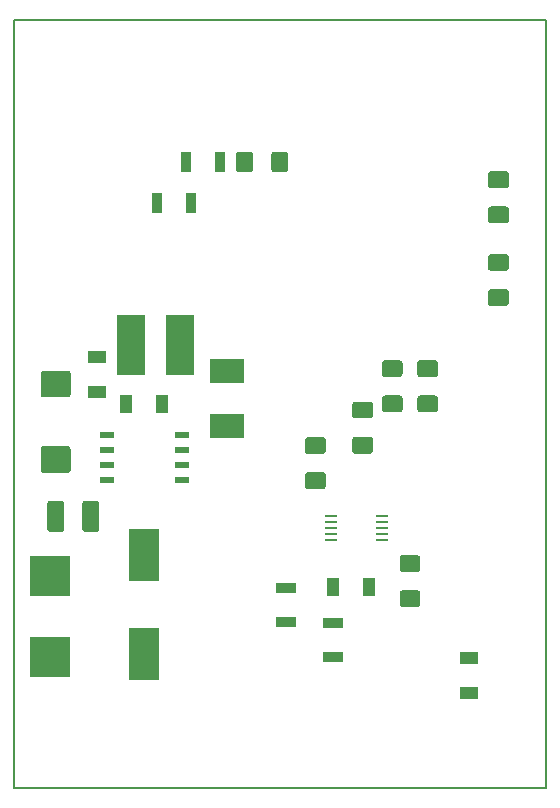
<source format=gbr>
%TF.GenerationSoftware,KiCad,Pcbnew,5.1.1*%
%TF.CreationDate,2019-04-24T12:59:08+01:00*%
%TF.ProjectId,ESP8266_home_battery_controller,45535038-3236-4365-9f68-6f6d655f6261,0.6*%
%TF.SameCoordinates,Original*%
%TF.FileFunction,Paste,Top*%
%TF.FilePolarity,Positive*%
%FSLAX46Y46*%
G04 Gerber Fmt 4.6, Leading zero omitted, Abs format (unit mm)*
G04 Created by KiCad (PCBNEW 5.1.1) date 2019-04-24 12:59:08*
%MOMM*%
%LPD*%
G04 APERTURE LIST*
%ADD10C,0.150000*%
%ADD11R,1.600000X1.000000*%
%ADD12R,2.350000X5.100000*%
%ADD13R,1.100000X0.250000*%
%ADD14R,1.700000X0.900000*%
%ADD15R,3.500000X3.500000*%
%ADD16R,1.143000X0.508000*%
%ADD17R,1.000000X1.600000*%
%ADD18R,3.000000X2.000000*%
%ADD19R,0.900000X1.700000*%
%ADD20C,0.100000*%
%ADD21C,1.425000*%
%ADD22C,2.250000*%
%ADD23R,2.500000X4.400000*%
G04 APERTURE END LIST*
D10*
X150000000Y-55000000D02*
X195000000Y-55000000D01*
X150000000Y-120000000D02*
X150000000Y-55000000D01*
X195000000Y-120000000D02*
X150000000Y-120000000D01*
X195000000Y-55000000D02*
X195000000Y-120000000D01*
D11*
X157000000Y-86500000D03*
X157000000Y-83500000D03*
D12*
X159925000Y-82500000D03*
X164075000Y-82500000D03*
D13*
X181150000Y-97000000D03*
X181150000Y-97500000D03*
X181150000Y-98000000D03*
X181150000Y-98500000D03*
X181150000Y-99000000D03*
X176850000Y-99000000D03*
X176850000Y-98500000D03*
X176850000Y-98000000D03*
X176850000Y-97500000D03*
X176850000Y-97000000D03*
D14*
X177000000Y-106050000D03*
X177000000Y-108950000D03*
X173000000Y-105950000D03*
X173000000Y-103050000D03*
D15*
X153000000Y-108900000D03*
X153000000Y-102100000D03*
D16*
X164175000Y-90095000D03*
X164175000Y-91365000D03*
X164175000Y-92635000D03*
X164175000Y-93905000D03*
X157825000Y-93905000D03*
X157825000Y-92635000D03*
X157825000Y-91365000D03*
X157825000Y-90095000D03*
D17*
X159500000Y-87500000D03*
X162500000Y-87500000D03*
D18*
X168000000Y-84675000D03*
X168000000Y-89325000D03*
D19*
X167450000Y-67000000D03*
X164550000Y-67000000D03*
X164950000Y-70500000D03*
X162050000Y-70500000D03*
D11*
X188500000Y-112000000D03*
X188500000Y-109000000D03*
D17*
X177000000Y-103000000D03*
X180000000Y-103000000D03*
D20*
G36*
X184149504Y-100301204D02*
G01*
X184173773Y-100304804D01*
X184197571Y-100310765D01*
X184220671Y-100319030D01*
X184242849Y-100329520D01*
X184263893Y-100342133D01*
X184283598Y-100356747D01*
X184301777Y-100373223D01*
X184318253Y-100391402D01*
X184332867Y-100411107D01*
X184345480Y-100432151D01*
X184355970Y-100454329D01*
X184364235Y-100477429D01*
X184370196Y-100501227D01*
X184373796Y-100525496D01*
X184375000Y-100550000D01*
X184375000Y-101475000D01*
X184373796Y-101499504D01*
X184370196Y-101523773D01*
X184364235Y-101547571D01*
X184355970Y-101570671D01*
X184345480Y-101592849D01*
X184332867Y-101613893D01*
X184318253Y-101633598D01*
X184301777Y-101651777D01*
X184283598Y-101668253D01*
X184263893Y-101682867D01*
X184242849Y-101695480D01*
X184220671Y-101705970D01*
X184197571Y-101714235D01*
X184173773Y-101720196D01*
X184149504Y-101723796D01*
X184125000Y-101725000D01*
X182875000Y-101725000D01*
X182850496Y-101723796D01*
X182826227Y-101720196D01*
X182802429Y-101714235D01*
X182779329Y-101705970D01*
X182757151Y-101695480D01*
X182736107Y-101682867D01*
X182716402Y-101668253D01*
X182698223Y-101651777D01*
X182681747Y-101633598D01*
X182667133Y-101613893D01*
X182654520Y-101592849D01*
X182644030Y-101570671D01*
X182635765Y-101547571D01*
X182629804Y-101523773D01*
X182626204Y-101499504D01*
X182625000Y-101475000D01*
X182625000Y-100550000D01*
X182626204Y-100525496D01*
X182629804Y-100501227D01*
X182635765Y-100477429D01*
X182644030Y-100454329D01*
X182654520Y-100432151D01*
X182667133Y-100411107D01*
X182681747Y-100391402D01*
X182698223Y-100373223D01*
X182716402Y-100356747D01*
X182736107Y-100342133D01*
X182757151Y-100329520D01*
X182779329Y-100319030D01*
X182802429Y-100310765D01*
X182826227Y-100304804D01*
X182850496Y-100301204D01*
X182875000Y-100300000D01*
X184125000Y-100300000D01*
X184149504Y-100301204D01*
X184149504Y-100301204D01*
G37*
D21*
X183500000Y-101012500D03*
D20*
G36*
X184149504Y-103276204D02*
G01*
X184173773Y-103279804D01*
X184197571Y-103285765D01*
X184220671Y-103294030D01*
X184242849Y-103304520D01*
X184263893Y-103317133D01*
X184283598Y-103331747D01*
X184301777Y-103348223D01*
X184318253Y-103366402D01*
X184332867Y-103386107D01*
X184345480Y-103407151D01*
X184355970Y-103429329D01*
X184364235Y-103452429D01*
X184370196Y-103476227D01*
X184373796Y-103500496D01*
X184375000Y-103525000D01*
X184375000Y-104450000D01*
X184373796Y-104474504D01*
X184370196Y-104498773D01*
X184364235Y-104522571D01*
X184355970Y-104545671D01*
X184345480Y-104567849D01*
X184332867Y-104588893D01*
X184318253Y-104608598D01*
X184301777Y-104626777D01*
X184283598Y-104643253D01*
X184263893Y-104657867D01*
X184242849Y-104670480D01*
X184220671Y-104680970D01*
X184197571Y-104689235D01*
X184173773Y-104695196D01*
X184149504Y-104698796D01*
X184125000Y-104700000D01*
X182875000Y-104700000D01*
X182850496Y-104698796D01*
X182826227Y-104695196D01*
X182802429Y-104689235D01*
X182779329Y-104680970D01*
X182757151Y-104670480D01*
X182736107Y-104657867D01*
X182716402Y-104643253D01*
X182698223Y-104626777D01*
X182681747Y-104608598D01*
X182667133Y-104588893D01*
X182654520Y-104567849D01*
X182644030Y-104545671D01*
X182635765Y-104522571D01*
X182629804Y-104498773D01*
X182626204Y-104474504D01*
X182625000Y-104450000D01*
X182625000Y-103525000D01*
X182626204Y-103500496D01*
X182629804Y-103476227D01*
X182635765Y-103452429D01*
X182644030Y-103429329D01*
X182654520Y-103407151D01*
X182667133Y-103386107D01*
X182681747Y-103366402D01*
X182698223Y-103348223D01*
X182716402Y-103331747D01*
X182736107Y-103317133D01*
X182757151Y-103304520D01*
X182779329Y-103294030D01*
X182802429Y-103285765D01*
X182826227Y-103279804D01*
X182850496Y-103276204D01*
X182875000Y-103275000D01*
X184125000Y-103275000D01*
X184149504Y-103276204D01*
X184149504Y-103276204D01*
G37*
D21*
X183500000Y-103987500D03*
D20*
G36*
X182649504Y-86776204D02*
G01*
X182673773Y-86779804D01*
X182697571Y-86785765D01*
X182720671Y-86794030D01*
X182742849Y-86804520D01*
X182763893Y-86817133D01*
X182783598Y-86831747D01*
X182801777Y-86848223D01*
X182818253Y-86866402D01*
X182832867Y-86886107D01*
X182845480Y-86907151D01*
X182855970Y-86929329D01*
X182864235Y-86952429D01*
X182870196Y-86976227D01*
X182873796Y-87000496D01*
X182875000Y-87025000D01*
X182875000Y-87950000D01*
X182873796Y-87974504D01*
X182870196Y-87998773D01*
X182864235Y-88022571D01*
X182855970Y-88045671D01*
X182845480Y-88067849D01*
X182832867Y-88088893D01*
X182818253Y-88108598D01*
X182801777Y-88126777D01*
X182783598Y-88143253D01*
X182763893Y-88157867D01*
X182742849Y-88170480D01*
X182720671Y-88180970D01*
X182697571Y-88189235D01*
X182673773Y-88195196D01*
X182649504Y-88198796D01*
X182625000Y-88200000D01*
X181375000Y-88200000D01*
X181350496Y-88198796D01*
X181326227Y-88195196D01*
X181302429Y-88189235D01*
X181279329Y-88180970D01*
X181257151Y-88170480D01*
X181236107Y-88157867D01*
X181216402Y-88143253D01*
X181198223Y-88126777D01*
X181181747Y-88108598D01*
X181167133Y-88088893D01*
X181154520Y-88067849D01*
X181144030Y-88045671D01*
X181135765Y-88022571D01*
X181129804Y-87998773D01*
X181126204Y-87974504D01*
X181125000Y-87950000D01*
X181125000Y-87025000D01*
X181126204Y-87000496D01*
X181129804Y-86976227D01*
X181135765Y-86952429D01*
X181144030Y-86929329D01*
X181154520Y-86907151D01*
X181167133Y-86886107D01*
X181181747Y-86866402D01*
X181198223Y-86848223D01*
X181216402Y-86831747D01*
X181236107Y-86817133D01*
X181257151Y-86804520D01*
X181279329Y-86794030D01*
X181302429Y-86785765D01*
X181326227Y-86779804D01*
X181350496Y-86776204D01*
X181375000Y-86775000D01*
X182625000Y-86775000D01*
X182649504Y-86776204D01*
X182649504Y-86776204D01*
G37*
D21*
X182000000Y-87487500D03*
D20*
G36*
X182649504Y-83801204D02*
G01*
X182673773Y-83804804D01*
X182697571Y-83810765D01*
X182720671Y-83819030D01*
X182742849Y-83829520D01*
X182763893Y-83842133D01*
X182783598Y-83856747D01*
X182801777Y-83873223D01*
X182818253Y-83891402D01*
X182832867Y-83911107D01*
X182845480Y-83932151D01*
X182855970Y-83954329D01*
X182864235Y-83977429D01*
X182870196Y-84001227D01*
X182873796Y-84025496D01*
X182875000Y-84050000D01*
X182875000Y-84975000D01*
X182873796Y-84999504D01*
X182870196Y-85023773D01*
X182864235Y-85047571D01*
X182855970Y-85070671D01*
X182845480Y-85092849D01*
X182832867Y-85113893D01*
X182818253Y-85133598D01*
X182801777Y-85151777D01*
X182783598Y-85168253D01*
X182763893Y-85182867D01*
X182742849Y-85195480D01*
X182720671Y-85205970D01*
X182697571Y-85214235D01*
X182673773Y-85220196D01*
X182649504Y-85223796D01*
X182625000Y-85225000D01*
X181375000Y-85225000D01*
X181350496Y-85223796D01*
X181326227Y-85220196D01*
X181302429Y-85214235D01*
X181279329Y-85205970D01*
X181257151Y-85195480D01*
X181236107Y-85182867D01*
X181216402Y-85168253D01*
X181198223Y-85151777D01*
X181181747Y-85133598D01*
X181167133Y-85113893D01*
X181154520Y-85092849D01*
X181144030Y-85070671D01*
X181135765Y-85047571D01*
X181129804Y-85023773D01*
X181126204Y-84999504D01*
X181125000Y-84975000D01*
X181125000Y-84050000D01*
X181126204Y-84025496D01*
X181129804Y-84001227D01*
X181135765Y-83977429D01*
X181144030Y-83954329D01*
X181154520Y-83932151D01*
X181167133Y-83911107D01*
X181181747Y-83891402D01*
X181198223Y-83873223D01*
X181216402Y-83856747D01*
X181236107Y-83842133D01*
X181257151Y-83829520D01*
X181279329Y-83819030D01*
X181302429Y-83810765D01*
X181326227Y-83804804D01*
X181350496Y-83801204D01*
X181375000Y-83800000D01*
X182625000Y-83800000D01*
X182649504Y-83801204D01*
X182649504Y-83801204D01*
G37*
D21*
X182000000Y-84512500D03*
D20*
G36*
X185649504Y-83801204D02*
G01*
X185673773Y-83804804D01*
X185697571Y-83810765D01*
X185720671Y-83819030D01*
X185742849Y-83829520D01*
X185763893Y-83842133D01*
X185783598Y-83856747D01*
X185801777Y-83873223D01*
X185818253Y-83891402D01*
X185832867Y-83911107D01*
X185845480Y-83932151D01*
X185855970Y-83954329D01*
X185864235Y-83977429D01*
X185870196Y-84001227D01*
X185873796Y-84025496D01*
X185875000Y-84050000D01*
X185875000Y-84975000D01*
X185873796Y-84999504D01*
X185870196Y-85023773D01*
X185864235Y-85047571D01*
X185855970Y-85070671D01*
X185845480Y-85092849D01*
X185832867Y-85113893D01*
X185818253Y-85133598D01*
X185801777Y-85151777D01*
X185783598Y-85168253D01*
X185763893Y-85182867D01*
X185742849Y-85195480D01*
X185720671Y-85205970D01*
X185697571Y-85214235D01*
X185673773Y-85220196D01*
X185649504Y-85223796D01*
X185625000Y-85225000D01*
X184375000Y-85225000D01*
X184350496Y-85223796D01*
X184326227Y-85220196D01*
X184302429Y-85214235D01*
X184279329Y-85205970D01*
X184257151Y-85195480D01*
X184236107Y-85182867D01*
X184216402Y-85168253D01*
X184198223Y-85151777D01*
X184181747Y-85133598D01*
X184167133Y-85113893D01*
X184154520Y-85092849D01*
X184144030Y-85070671D01*
X184135765Y-85047571D01*
X184129804Y-85023773D01*
X184126204Y-84999504D01*
X184125000Y-84975000D01*
X184125000Y-84050000D01*
X184126204Y-84025496D01*
X184129804Y-84001227D01*
X184135765Y-83977429D01*
X184144030Y-83954329D01*
X184154520Y-83932151D01*
X184167133Y-83911107D01*
X184181747Y-83891402D01*
X184198223Y-83873223D01*
X184216402Y-83856747D01*
X184236107Y-83842133D01*
X184257151Y-83829520D01*
X184279329Y-83819030D01*
X184302429Y-83810765D01*
X184326227Y-83804804D01*
X184350496Y-83801204D01*
X184375000Y-83800000D01*
X185625000Y-83800000D01*
X185649504Y-83801204D01*
X185649504Y-83801204D01*
G37*
D21*
X185000000Y-84512500D03*
D20*
G36*
X185649504Y-86776204D02*
G01*
X185673773Y-86779804D01*
X185697571Y-86785765D01*
X185720671Y-86794030D01*
X185742849Y-86804520D01*
X185763893Y-86817133D01*
X185783598Y-86831747D01*
X185801777Y-86848223D01*
X185818253Y-86866402D01*
X185832867Y-86886107D01*
X185845480Y-86907151D01*
X185855970Y-86929329D01*
X185864235Y-86952429D01*
X185870196Y-86976227D01*
X185873796Y-87000496D01*
X185875000Y-87025000D01*
X185875000Y-87950000D01*
X185873796Y-87974504D01*
X185870196Y-87998773D01*
X185864235Y-88022571D01*
X185855970Y-88045671D01*
X185845480Y-88067849D01*
X185832867Y-88088893D01*
X185818253Y-88108598D01*
X185801777Y-88126777D01*
X185783598Y-88143253D01*
X185763893Y-88157867D01*
X185742849Y-88170480D01*
X185720671Y-88180970D01*
X185697571Y-88189235D01*
X185673773Y-88195196D01*
X185649504Y-88198796D01*
X185625000Y-88200000D01*
X184375000Y-88200000D01*
X184350496Y-88198796D01*
X184326227Y-88195196D01*
X184302429Y-88189235D01*
X184279329Y-88180970D01*
X184257151Y-88170480D01*
X184236107Y-88157867D01*
X184216402Y-88143253D01*
X184198223Y-88126777D01*
X184181747Y-88108598D01*
X184167133Y-88088893D01*
X184154520Y-88067849D01*
X184144030Y-88045671D01*
X184135765Y-88022571D01*
X184129804Y-87998773D01*
X184126204Y-87974504D01*
X184125000Y-87950000D01*
X184125000Y-87025000D01*
X184126204Y-87000496D01*
X184129804Y-86976227D01*
X184135765Y-86952429D01*
X184144030Y-86929329D01*
X184154520Y-86907151D01*
X184167133Y-86886107D01*
X184181747Y-86866402D01*
X184198223Y-86848223D01*
X184216402Y-86831747D01*
X184236107Y-86817133D01*
X184257151Y-86804520D01*
X184279329Y-86794030D01*
X184302429Y-86785765D01*
X184326227Y-86779804D01*
X184350496Y-86776204D01*
X184375000Y-86775000D01*
X185625000Y-86775000D01*
X185649504Y-86776204D01*
X185649504Y-86776204D01*
G37*
D21*
X185000000Y-87487500D03*
D20*
G36*
X191649504Y-67801204D02*
G01*
X191673773Y-67804804D01*
X191697571Y-67810765D01*
X191720671Y-67819030D01*
X191742849Y-67829520D01*
X191763893Y-67842133D01*
X191783598Y-67856747D01*
X191801777Y-67873223D01*
X191818253Y-67891402D01*
X191832867Y-67911107D01*
X191845480Y-67932151D01*
X191855970Y-67954329D01*
X191864235Y-67977429D01*
X191870196Y-68001227D01*
X191873796Y-68025496D01*
X191875000Y-68050000D01*
X191875000Y-68975000D01*
X191873796Y-68999504D01*
X191870196Y-69023773D01*
X191864235Y-69047571D01*
X191855970Y-69070671D01*
X191845480Y-69092849D01*
X191832867Y-69113893D01*
X191818253Y-69133598D01*
X191801777Y-69151777D01*
X191783598Y-69168253D01*
X191763893Y-69182867D01*
X191742849Y-69195480D01*
X191720671Y-69205970D01*
X191697571Y-69214235D01*
X191673773Y-69220196D01*
X191649504Y-69223796D01*
X191625000Y-69225000D01*
X190375000Y-69225000D01*
X190350496Y-69223796D01*
X190326227Y-69220196D01*
X190302429Y-69214235D01*
X190279329Y-69205970D01*
X190257151Y-69195480D01*
X190236107Y-69182867D01*
X190216402Y-69168253D01*
X190198223Y-69151777D01*
X190181747Y-69133598D01*
X190167133Y-69113893D01*
X190154520Y-69092849D01*
X190144030Y-69070671D01*
X190135765Y-69047571D01*
X190129804Y-69023773D01*
X190126204Y-68999504D01*
X190125000Y-68975000D01*
X190125000Y-68050000D01*
X190126204Y-68025496D01*
X190129804Y-68001227D01*
X190135765Y-67977429D01*
X190144030Y-67954329D01*
X190154520Y-67932151D01*
X190167133Y-67911107D01*
X190181747Y-67891402D01*
X190198223Y-67873223D01*
X190216402Y-67856747D01*
X190236107Y-67842133D01*
X190257151Y-67829520D01*
X190279329Y-67819030D01*
X190302429Y-67810765D01*
X190326227Y-67804804D01*
X190350496Y-67801204D01*
X190375000Y-67800000D01*
X191625000Y-67800000D01*
X191649504Y-67801204D01*
X191649504Y-67801204D01*
G37*
D21*
X191000000Y-68512500D03*
D20*
G36*
X191649504Y-70776204D02*
G01*
X191673773Y-70779804D01*
X191697571Y-70785765D01*
X191720671Y-70794030D01*
X191742849Y-70804520D01*
X191763893Y-70817133D01*
X191783598Y-70831747D01*
X191801777Y-70848223D01*
X191818253Y-70866402D01*
X191832867Y-70886107D01*
X191845480Y-70907151D01*
X191855970Y-70929329D01*
X191864235Y-70952429D01*
X191870196Y-70976227D01*
X191873796Y-71000496D01*
X191875000Y-71025000D01*
X191875000Y-71950000D01*
X191873796Y-71974504D01*
X191870196Y-71998773D01*
X191864235Y-72022571D01*
X191855970Y-72045671D01*
X191845480Y-72067849D01*
X191832867Y-72088893D01*
X191818253Y-72108598D01*
X191801777Y-72126777D01*
X191783598Y-72143253D01*
X191763893Y-72157867D01*
X191742849Y-72170480D01*
X191720671Y-72180970D01*
X191697571Y-72189235D01*
X191673773Y-72195196D01*
X191649504Y-72198796D01*
X191625000Y-72200000D01*
X190375000Y-72200000D01*
X190350496Y-72198796D01*
X190326227Y-72195196D01*
X190302429Y-72189235D01*
X190279329Y-72180970D01*
X190257151Y-72170480D01*
X190236107Y-72157867D01*
X190216402Y-72143253D01*
X190198223Y-72126777D01*
X190181747Y-72108598D01*
X190167133Y-72088893D01*
X190154520Y-72067849D01*
X190144030Y-72045671D01*
X190135765Y-72022571D01*
X190129804Y-71998773D01*
X190126204Y-71974504D01*
X190125000Y-71950000D01*
X190125000Y-71025000D01*
X190126204Y-71000496D01*
X190129804Y-70976227D01*
X190135765Y-70952429D01*
X190144030Y-70929329D01*
X190154520Y-70907151D01*
X190167133Y-70886107D01*
X190181747Y-70866402D01*
X190198223Y-70848223D01*
X190216402Y-70831747D01*
X190236107Y-70817133D01*
X190257151Y-70804520D01*
X190279329Y-70794030D01*
X190302429Y-70785765D01*
X190326227Y-70779804D01*
X190350496Y-70776204D01*
X190375000Y-70775000D01*
X191625000Y-70775000D01*
X191649504Y-70776204D01*
X191649504Y-70776204D01*
G37*
D21*
X191000000Y-71487500D03*
D20*
G36*
X191649504Y-77776204D02*
G01*
X191673773Y-77779804D01*
X191697571Y-77785765D01*
X191720671Y-77794030D01*
X191742849Y-77804520D01*
X191763893Y-77817133D01*
X191783598Y-77831747D01*
X191801777Y-77848223D01*
X191818253Y-77866402D01*
X191832867Y-77886107D01*
X191845480Y-77907151D01*
X191855970Y-77929329D01*
X191864235Y-77952429D01*
X191870196Y-77976227D01*
X191873796Y-78000496D01*
X191875000Y-78025000D01*
X191875000Y-78950000D01*
X191873796Y-78974504D01*
X191870196Y-78998773D01*
X191864235Y-79022571D01*
X191855970Y-79045671D01*
X191845480Y-79067849D01*
X191832867Y-79088893D01*
X191818253Y-79108598D01*
X191801777Y-79126777D01*
X191783598Y-79143253D01*
X191763893Y-79157867D01*
X191742849Y-79170480D01*
X191720671Y-79180970D01*
X191697571Y-79189235D01*
X191673773Y-79195196D01*
X191649504Y-79198796D01*
X191625000Y-79200000D01*
X190375000Y-79200000D01*
X190350496Y-79198796D01*
X190326227Y-79195196D01*
X190302429Y-79189235D01*
X190279329Y-79180970D01*
X190257151Y-79170480D01*
X190236107Y-79157867D01*
X190216402Y-79143253D01*
X190198223Y-79126777D01*
X190181747Y-79108598D01*
X190167133Y-79088893D01*
X190154520Y-79067849D01*
X190144030Y-79045671D01*
X190135765Y-79022571D01*
X190129804Y-78998773D01*
X190126204Y-78974504D01*
X190125000Y-78950000D01*
X190125000Y-78025000D01*
X190126204Y-78000496D01*
X190129804Y-77976227D01*
X190135765Y-77952429D01*
X190144030Y-77929329D01*
X190154520Y-77907151D01*
X190167133Y-77886107D01*
X190181747Y-77866402D01*
X190198223Y-77848223D01*
X190216402Y-77831747D01*
X190236107Y-77817133D01*
X190257151Y-77804520D01*
X190279329Y-77794030D01*
X190302429Y-77785765D01*
X190326227Y-77779804D01*
X190350496Y-77776204D01*
X190375000Y-77775000D01*
X191625000Y-77775000D01*
X191649504Y-77776204D01*
X191649504Y-77776204D01*
G37*
D21*
X191000000Y-78487500D03*
D20*
G36*
X191649504Y-74801204D02*
G01*
X191673773Y-74804804D01*
X191697571Y-74810765D01*
X191720671Y-74819030D01*
X191742849Y-74829520D01*
X191763893Y-74842133D01*
X191783598Y-74856747D01*
X191801777Y-74873223D01*
X191818253Y-74891402D01*
X191832867Y-74911107D01*
X191845480Y-74932151D01*
X191855970Y-74954329D01*
X191864235Y-74977429D01*
X191870196Y-75001227D01*
X191873796Y-75025496D01*
X191875000Y-75050000D01*
X191875000Y-75975000D01*
X191873796Y-75999504D01*
X191870196Y-76023773D01*
X191864235Y-76047571D01*
X191855970Y-76070671D01*
X191845480Y-76092849D01*
X191832867Y-76113893D01*
X191818253Y-76133598D01*
X191801777Y-76151777D01*
X191783598Y-76168253D01*
X191763893Y-76182867D01*
X191742849Y-76195480D01*
X191720671Y-76205970D01*
X191697571Y-76214235D01*
X191673773Y-76220196D01*
X191649504Y-76223796D01*
X191625000Y-76225000D01*
X190375000Y-76225000D01*
X190350496Y-76223796D01*
X190326227Y-76220196D01*
X190302429Y-76214235D01*
X190279329Y-76205970D01*
X190257151Y-76195480D01*
X190236107Y-76182867D01*
X190216402Y-76168253D01*
X190198223Y-76151777D01*
X190181747Y-76133598D01*
X190167133Y-76113893D01*
X190154520Y-76092849D01*
X190144030Y-76070671D01*
X190135765Y-76047571D01*
X190129804Y-76023773D01*
X190126204Y-75999504D01*
X190125000Y-75975000D01*
X190125000Y-75050000D01*
X190126204Y-75025496D01*
X190129804Y-75001227D01*
X190135765Y-74977429D01*
X190144030Y-74954329D01*
X190154520Y-74932151D01*
X190167133Y-74911107D01*
X190181747Y-74891402D01*
X190198223Y-74873223D01*
X190216402Y-74856747D01*
X190236107Y-74842133D01*
X190257151Y-74829520D01*
X190279329Y-74819030D01*
X190302429Y-74810765D01*
X190326227Y-74804804D01*
X190350496Y-74801204D01*
X190375000Y-74800000D01*
X191625000Y-74800000D01*
X191649504Y-74801204D01*
X191649504Y-74801204D01*
G37*
D21*
X191000000Y-75512500D03*
D20*
G36*
X154549505Y-84676204D02*
G01*
X154573773Y-84679804D01*
X154597572Y-84685765D01*
X154620671Y-84694030D01*
X154642850Y-84704520D01*
X154663893Y-84717132D01*
X154683599Y-84731747D01*
X154701777Y-84748223D01*
X154718253Y-84766401D01*
X154732868Y-84786107D01*
X154745480Y-84807150D01*
X154755970Y-84829329D01*
X154764235Y-84852428D01*
X154770196Y-84876227D01*
X154773796Y-84900495D01*
X154775000Y-84924999D01*
X154775000Y-86675001D01*
X154773796Y-86699505D01*
X154770196Y-86723773D01*
X154764235Y-86747572D01*
X154755970Y-86770671D01*
X154745480Y-86792850D01*
X154732868Y-86813893D01*
X154718253Y-86833599D01*
X154701777Y-86851777D01*
X154683599Y-86868253D01*
X154663893Y-86882868D01*
X154642850Y-86895480D01*
X154620671Y-86905970D01*
X154597572Y-86914235D01*
X154573773Y-86920196D01*
X154549505Y-86923796D01*
X154525001Y-86925000D01*
X152474999Y-86925000D01*
X152450495Y-86923796D01*
X152426227Y-86920196D01*
X152402428Y-86914235D01*
X152379329Y-86905970D01*
X152357150Y-86895480D01*
X152336107Y-86882868D01*
X152316401Y-86868253D01*
X152298223Y-86851777D01*
X152281747Y-86833599D01*
X152267132Y-86813893D01*
X152254520Y-86792850D01*
X152244030Y-86770671D01*
X152235765Y-86747572D01*
X152229804Y-86723773D01*
X152226204Y-86699505D01*
X152225000Y-86675001D01*
X152225000Y-84924999D01*
X152226204Y-84900495D01*
X152229804Y-84876227D01*
X152235765Y-84852428D01*
X152244030Y-84829329D01*
X152254520Y-84807150D01*
X152267132Y-84786107D01*
X152281747Y-84766401D01*
X152298223Y-84748223D01*
X152316401Y-84731747D01*
X152336107Y-84717132D01*
X152357150Y-84704520D01*
X152379329Y-84694030D01*
X152402428Y-84685765D01*
X152426227Y-84679804D01*
X152450495Y-84676204D01*
X152474999Y-84675000D01*
X154525001Y-84675000D01*
X154549505Y-84676204D01*
X154549505Y-84676204D01*
G37*
D22*
X153500000Y-85800000D03*
D20*
G36*
X154549505Y-91076204D02*
G01*
X154573773Y-91079804D01*
X154597572Y-91085765D01*
X154620671Y-91094030D01*
X154642850Y-91104520D01*
X154663893Y-91117132D01*
X154683599Y-91131747D01*
X154701777Y-91148223D01*
X154718253Y-91166401D01*
X154732868Y-91186107D01*
X154745480Y-91207150D01*
X154755970Y-91229329D01*
X154764235Y-91252428D01*
X154770196Y-91276227D01*
X154773796Y-91300495D01*
X154775000Y-91324999D01*
X154775000Y-93075001D01*
X154773796Y-93099505D01*
X154770196Y-93123773D01*
X154764235Y-93147572D01*
X154755970Y-93170671D01*
X154745480Y-93192850D01*
X154732868Y-93213893D01*
X154718253Y-93233599D01*
X154701777Y-93251777D01*
X154683599Y-93268253D01*
X154663893Y-93282868D01*
X154642850Y-93295480D01*
X154620671Y-93305970D01*
X154597572Y-93314235D01*
X154573773Y-93320196D01*
X154549505Y-93323796D01*
X154525001Y-93325000D01*
X152474999Y-93325000D01*
X152450495Y-93323796D01*
X152426227Y-93320196D01*
X152402428Y-93314235D01*
X152379329Y-93305970D01*
X152357150Y-93295480D01*
X152336107Y-93282868D01*
X152316401Y-93268253D01*
X152298223Y-93251777D01*
X152281747Y-93233599D01*
X152267132Y-93213893D01*
X152254520Y-93192850D01*
X152244030Y-93170671D01*
X152235765Y-93147572D01*
X152229804Y-93123773D01*
X152226204Y-93099505D01*
X152225000Y-93075001D01*
X152225000Y-91324999D01*
X152226204Y-91300495D01*
X152229804Y-91276227D01*
X152235765Y-91252428D01*
X152244030Y-91229329D01*
X152254520Y-91207150D01*
X152267132Y-91186107D01*
X152281747Y-91166401D01*
X152298223Y-91148223D01*
X152316401Y-91131747D01*
X152336107Y-91117132D01*
X152357150Y-91104520D01*
X152379329Y-91094030D01*
X152402428Y-91085765D01*
X152426227Y-91079804D01*
X152450495Y-91076204D01*
X152474999Y-91075000D01*
X154525001Y-91075000D01*
X154549505Y-91076204D01*
X154549505Y-91076204D01*
G37*
D22*
X153500000Y-92200000D03*
D20*
G36*
X153999504Y-95676204D02*
G01*
X154023773Y-95679804D01*
X154047571Y-95685765D01*
X154070671Y-95694030D01*
X154092849Y-95704520D01*
X154113893Y-95717133D01*
X154133598Y-95731747D01*
X154151777Y-95748223D01*
X154168253Y-95766402D01*
X154182867Y-95786107D01*
X154195480Y-95807151D01*
X154205970Y-95829329D01*
X154214235Y-95852429D01*
X154220196Y-95876227D01*
X154223796Y-95900496D01*
X154225000Y-95925000D01*
X154225000Y-98075000D01*
X154223796Y-98099504D01*
X154220196Y-98123773D01*
X154214235Y-98147571D01*
X154205970Y-98170671D01*
X154195480Y-98192849D01*
X154182867Y-98213893D01*
X154168253Y-98233598D01*
X154151777Y-98251777D01*
X154133598Y-98268253D01*
X154113893Y-98282867D01*
X154092849Y-98295480D01*
X154070671Y-98305970D01*
X154047571Y-98314235D01*
X154023773Y-98320196D01*
X153999504Y-98323796D01*
X153975000Y-98325000D01*
X153050000Y-98325000D01*
X153025496Y-98323796D01*
X153001227Y-98320196D01*
X152977429Y-98314235D01*
X152954329Y-98305970D01*
X152932151Y-98295480D01*
X152911107Y-98282867D01*
X152891402Y-98268253D01*
X152873223Y-98251777D01*
X152856747Y-98233598D01*
X152842133Y-98213893D01*
X152829520Y-98192849D01*
X152819030Y-98170671D01*
X152810765Y-98147571D01*
X152804804Y-98123773D01*
X152801204Y-98099504D01*
X152800000Y-98075000D01*
X152800000Y-95925000D01*
X152801204Y-95900496D01*
X152804804Y-95876227D01*
X152810765Y-95852429D01*
X152819030Y-95829329D01*
X152829520Y-95807151D01*
X152842133Y-95786107D01*
X152856747Y-95766402D01*
X152873223Y-95748223D01*
X152891402Y-95731747D01*
X152911107Y-95717133D01*
X152932151Y-95704520D01*
X152954329Y-95694030D01*
X152977429Y-95685765D01*
X153001227Y-95679804D01*
X153025496Y-95676204D01*
X153050000Y-95675000D01*
X153975000Y-95675000D01*
X153999504Y-95676204D01*
X153999504Y-95676204D01*
G37*
D21*
X153512500Y-97000000D03*
D20*
G36*
X156974504Y-95676204D02*
G01*
X156998773Y-95679804D01*
X157022571Y-95685765D01*
X157045671Y-95694030D01*
X157067849Y-95704520D01*
X157088893Y-95717133D01*
X157108598Y-95731747D01*
X157126777Y-95748223D01*
X157143253Y-95766402D01*
X157157867Y-95786107D01*
X157170480Y-95807151D01*
X157180970Y-95829329D01*
X157189235Y-95852429D01*
X157195196Y-95876227D01*
X157198796Y-95900496D01*
X157200000Y-95925000D01*
X157200000Y-98075000D01*
X157198796Y-98099504D01*
X157195196Y-98123773D01*
X157189235Y-98147571D01*
X157180970Y-98170671D01*
X157170480Y-98192849D01*
X157157867Y-98213893D01*
X157143253Y-98233598D01*
X157126777Y-98251777D01*
X157108598Y-98268253D01*
X157088893Y-98282867D01*
X157067849Y-98295480D01*
X157045671Y-98305970D01*
X157022571Y-98314235D01*
X156998773Y-98320196D01*
X156974504Y-98323796D01*
X156950000Y-98325000D01*
X156025000Y-98325000D01*
X156000496Y-98323796D01*
X155976227Y-98320196D01*
X155952429Y-98314235D01*
X155929329Y-98305970D01*
X155907151Y-98295480D01*
X155886107Y-98282867D01*
X155866402Y-98268253D01*
X155848223Y-98251777D01*
X155831747Y-98233598D01*
X155817133Y-98213893D01*
X155804520Y-98192849D01*
X155794030Y-98170671D01*
X155785765Y-98147571D01*
X155779804Y-98123773D01*
X155776204Y-98099504D01*
X155775000Y-98075000D01*
X155775000Y-95925000D01*
X155776204Y-95900496D01*
X155779804Y-95876227D01*
X155785765Y-95852429D01*
X155794030Y-95829329D01*
X155804520Y-95807151D01*
X155817133Y-95786107D01*
X155831747Y-95766402D01*
X155848223Y-95748223D01*
X155866402Y-95731747D01*
X155886107Y-95717133D01*
X155907151Y-95704520D01*
X155929329Y-95694030D01*
X155952429Y-95685765D01*
X155976227Y-95679804D01*
X156000496Y-95676204D01*
X156025000Y-95675000D01*
X156950000Y-95675000D01*
X156974504Y-95676204D01*
X156974504Y-95676204D01*
G37*
D21*
X156487500Y-97000000D03*
D23*
X161000000Y-100300000D03*
X161000000Y-108700000D03*
D20*
G36*
X169999504Y-66126204D02*
G01*
X170023773Y-66129804D01*
X170047571Y-66135765D01*
X170070671Y-66144030D01*
X170092849Y-66154520D01*
X170113893Y-66167133D01*
X170133598Y-66181747D01*
X170151777Y-66198223D01*
X170168253Y-66216402D01*
X170182867Y-66236107D01*
X170195480Y-66257151D01*
X170205970Y-66279329D01*
X170214235Y-66302429D01*
X170220196Y-66326227D01*
X170223796Y-66350496D01*
X170225000Y-66375000D01*
X170225000Y-67625000D01*
X170223796Y-67649504D01*
X170220196Y-67673773D01*
X170214235Y-67697571D01*
X170205970Y-67720671D01*
X170195480Y-67742849D01*
X170182867Y-67763893D01*
X170168253Y-67783598D01*
X170151777Y-67801777D01*
X170133598Y-67818253D01*
X170113893Y-67832867D01*
X170092849Y-67845480D01*
X170070671Y-67855970D01*
X170047571Y-67864235D01*
X170023773Y-67870196D01*
X169999504Y-67873796D01*
X169975000Y-67875000D01*
X169050000Y-67875000D01*
X169025496Y-67873796D01*
X169001227Y-67870196D01*
X168977429Y-67864235D01*
X168954329Y-67855970D01*
X168932151Y-67845480D01*
X168911107Y-67832867D01*
X168891402Y-67818253D01*
X168873223Y-67801777D01*
X168856747Y-67783598D01*
X168842133Y-67763893D01*
X168829520Y-67742849D01*
X168819030Y-67720671D01*
X168810765Y-67697571D01*
X168804804Y-67673773D01*
X168801204Y-67649504D01*
X168800000Y-67625000D01*
X168800000Y-66375000D01*
X168801204Y-66350496D01*
X168804804Y-66326227D01*
X168810765Y-66302429D01*
X168819030Y-66279329D01*
X168829520Y-66257151D01*
X168842133Y-66236107D01*
X168856747Y-66216402D01*
X168873223Y-66198223D01*
X168891402Y-66181747D01*
X168911107Y-66167133D01*
X168932151Y-66154520D01*
X168954329Y-66144030D01*
X168977429Y-66135765D01*
X169001227Y-66129804D01*
X169025496Y-66126204D01*
X169050000Y-66125000D01*
X169975000Y-66125000D01*
X169999504Y-66126204D01*
X169999504Y-66126204D01*
G37*
D21*
X169512500Y-67000000D03*
D20*
G36*
X172974504Y-66126204D02*
G01*
X172998773Y-66129804D01*
X173022571Y-66135765D01*
X173045671Y-66144030D01*
X173067849Y-66154520D01*
X173088893Y-66167133D01*
X173108598Y-66181747D01*
X173126777Y-66198223D01*
X173143253Y-66216402D01*
X173157867Y-66236107D01*
X173170480Y-66257151D01*
X173180970Y-66279329D01*
X173189235Y-66302429D01*
X173195196Y-66326227D01*
X173198796Y-66350496D01*
X173200000Y-66375000D01*
X173200000Y-67625000D01*
X173198796Y-67649504D01*
X173195196Y-67673773D01*
X173189235Y-67697571D01*
X173180970Y-67720671D01*
X173170480Y-67742849D01*
X173157867Y-67763893D01*
X173143253Y-67783598D01*
X173126777Y-67801777D01*
X173108598Y-67818253D01*
X173088893Y-67832867D01*
X173067849Y-67845480D01*
X173045671Y-67855970D01*
X173022571Y-67864235D01*
X172998773Y-67870196D01*
X172974504Y-67873796D01*
X172950000Y-67875000D01*
X172025000Y-67875000D01*
X172000496Y-67873796D01*
X171976227Y-67870196D01*
X171952429Y-67864235D01*
X171929329Y-67855970D01*
X171907151Y-67845480D01*
X171886107Y-67832867D01*
X171866402Y-67818253D01*
X171848223Y-67801777D01*
X171831747Y-67783598D01*
X171817133Y-67763893D01*
X171804520Y-67742849D01*
X171794030Y-67720671D01*
X171785765Y-67697571D01*
X171779804Y-67673773D01*
X171776204Y-67649504D01*
X171775000Y-67625000D01*
X171775000Y-66375000D01*
X171776204Y-66350496D01*
X171779804Y-66326227D01*
X171785765Y-66302429D01*
X171794030Y-66279329D01*
X171804520Y-66257151D01*
X171817133Y-66236107D01*
X171831747Y-66216402D01*
X171848223Y-66198223D01*
X171866402Y-66181747D01*
X171886107Y-66167133D01*
X171907151Y-66154520D01*
X171929329Y-66144030D01*
X171952429Y-66135765D01*
X171976227Y-66129804D01*
X172000496Y-66126204D01*
X172025000Y-66125000D01*
X172950000Y-66125000D01*
X172974504Y-66126204D01*
X172974504Y-66126204D01*
G37*
D21*
X172487500Y-67000000D03*
D20*
G36*
X180149504Y-87301204D02*
G01*
X180173773Y-87304804D01*
X180197571Y-87310765D01*
X180220671Y-87319030D01*
X180242849Y-87329520D01*
X180263893Y-87342133D01*
X180283598Y-87356747D01*
X180301777Y-87373223D01*
X180318253Y-87391402D01*
X180332867Y-87411107D01*
X180345480Y-87432151D01*
X180355970Y-87454329D01*
X180364235Y-87477429D01*
X180370196Y-87501227D01*
X180373796Y-87525496D01*
X180375000Y-87550000D01*
X180375000Y-88475000D01*
X180373796Y-88499504D01*
X180370196Y-88523773D01*
X180364235Y-88547571D01*
X180355970Y-88570671D01*
X180345480Y-88592849D01*
X180332867Y-88613893D01*
X180318253Y-88633598D01*
X180301777Y-88651777D01*
X180283598Y-88668253D01*
X180263893Y-88682867D01*
X180242849Y-88695480D01*
X180220671Y-88705970D01*
X180197571Y-88714235D01*
X180173773Y-88720196D01*
X180149504Y-88723796D01*
X180125000Y-88725000D01*
X178875000Y-88725000D01*
X178850496Y-88723796D01*
X178826227Y-88720196D01*
X178802429Y-88714235D01*
X178779329Y-88705970D01*
X178757151Y-88695480D01*
X178736107Y-88682867D01*
X178716402Y-88668253D01*
X178698223Y-88651777D01*
X178681747Y-88633598D01*
X178667133Y-88613893D01*
X178654520Y-88592849D01*
X178644030Y-88570671D01*
X178635765Y-88547571D01*
X178629804Y-88523773D01*
X178626204Y-88499504D01*
X178625000Y-88475000D01*
X178625000Y-87550000D01*
X178626204Y-87525496D01*
X178629804Y-87501227D01*
X178635765Y-87477429D01*
X178644030Y-87454329D01*
X178654520Y-87432151D01*
X178667133Y-87411107D01*
X178681747Y-87391402D01*
X178698223Y-87373223D01*
X178716402Y-87356747D01*
X178736107Y-87342133D01*
X178757151Y-87329520D01*
X178779329Y-87319030D01*
X178802429Y-87310765D01*
X178826227Y-87304804D01*
X178850496Y-87301204D01*
X178875000Y-87300000D01*
X180125000Y-87300000D01*
X180149504Y-87301204D01*
X180149504Y-87301204D01*
G37*
D21*
X179500000Y-88012500D03*
D20*
G36*
X180149504Y-90276204D02*
G01*
X180173773Y-90279804D01*
X180197571Y-90285765D01*
X180220671Y-90294030D01*
X180242849Y-90304520D01*
X180263893Y-90317133D01*
X180283598Y-90331747D01*
X180301777Y-90348223D01*
X180318253Y-90366402D01*
X180332867Y-90386107D01*
X180345480Y-90407151D01*
X180355970Y-90429329D01*
X180364235Y-90452429D01*
X180370196Y-90476227D01*
X180373796Y-90500496D01*
X180375000Y-90525000D01*
X180375000Y-91450000D01*
X180373796Y-91474504D01*
X180370196Y-91498773D01*
X180364235Y-91522571D01*
X180355970Y-91545671D01*
X180345480Y-91567849D01*
X180332867Y-91588893D01*
X180318253Y-91608598D01*
X180301777Y-91626777D01*
X180283598Y-91643253D01*
X180263893Y-91657867D01*
X180242849Y-91670480D01*
X180220671Y-91680970D01*
X180197571Y-91689235D01*
X180173773Y-91695196D01*
X180149504Y-91698796D01*
X180125000Y-91700000D01*
X178875000Y-91700000D01*
X178850496Y-91698796D01*
X178826227Y-91695196D01*
X178802429Y-91689235D01*
X178779329Y-91680970D01*
X178757151Y-91670480D01*
X178736107Y-91657867D01*
X178716402Y-91643253D01*
X178698223Y-91626777D01*
X178681747Y-91608598D01*
X178667133Y-91588893D01*
X178654520Y-91567849D01*
X178644030Y-91545671D01*
X178635765Y-91522571D01*
X178629804Y-91498773D01*
X178626204Y-91474504D01*
X178625000Y-91450000D01*
X178625000Y-90525000D01*
X178626204Y-90500496D01*
X178629804Y-90476227D01*
X178635765Y-90452429D01*
X178644030Y-90429329D01*
X178654520Y-90407151D01*
X178667133Y-90386107D01*
X178681747Y-90366402D01*
X178698223Y-90348223D01*
X178716402Y-90331747D01*
X178736107Y-90317133D01*
X178757151Y-90304520D01*
X178779329Y-90294030D01*
X178802429Y-90285765D01*
X178826227Y-90279804D01*
X178850496Y-90276204D01*
X178875000Y-90275000D01*
X180125000Y-90275000D01*
X180149504Y-90276204D01*
X180149504Y-90276204D01*
G37*
D21*
X179500000Y-90987500D03*
D20*
G36*
X176149504Y-93276204D02*
G01*
X176173773Y-93279804D01*
X176197571Y-93285765D01*
X176220671Y-93294030D01*
X176242849Y-93304520D01*
X176263893Y-93317133D01*
X176283598Y-93331747D01*
X176301777Y-93348223D01*
X176318253Y-93366402D01*
X176332867Y-93386107D01*
X176345480Y-93407151D01*
X176355970Y-93429329D01*
X176364235Y-93452429D01*
X176370196Y-93476227D01*
X176373796Y-93500496D01*
X176375000Y-93525000D01*
X176375000Y-94450000D01*
X176373796Y-94474504D01*
X176370196Y-94498773D01*
X176364235Y-94522571D01*
X176355970Y-94545671D01*
X176345480Y-94567849D01*
X176332867Y-94588893D01*
X176318253Y-94608598D01*
X176301777Y-94626777D01*
X176283598Y-94643253D01*
X176263893Y-94657867D01*
X176242849Y-94670480D01*
X176220671Y-94680970D01*
X176197571Y-94689235D01*
X176173773Y-94695196D01*
X176149504Y-94698796D01*
X176125000Y-94700000D01*
X174875000Y-94700000D01*
X174850496Y-94698796D01*
X174826227Y-94695196D01*
X174802429Y-94689235D01*
X174779329Y-94680970D01*
X174757151Y-94670480D01*
X174736107Y-94657867D01*
X174716402Y-94643253D01*
X174698223Y-94626777D01*
X174681747Y-94608598D01*
X174667133Y-94588893D01*
X174654520Y-94567849D01*
X174644030Y-94545671D01*
X174635765Y-94522571D01*
X174629804Y-94498773D01*
X174626204Y-94474504D01*
X174625000Y-94450000D01*
X174625000Y-93525000D01*
X174626204Y-93500496D01*
X174629804Y-93476227D01*
X174635765Y-93452429D01*
X174644030Y-93429329D01*
X174654520Y-93407151D01*
X174667133Y-93386107D01*
X174681747Y-93366402D01*
X174698223Y-93348223D01*
X174716402Y-93331747D01*
X174736107Y-93317133D01*
X174757151Y-93304520D01*
X174779329Y-93294030D01*
X174802429Y-93285765D01*
X174826227Y-93279804D01*
X174850496Y-93276204D01*
X174875000Y-93275000D01*
X176125000Y-93275000D01*
X176149504Y-93276204D01*
X176149504Y-93276204D01*
G37*
D21*
X175500000Y-93987500D03*
D20*
G36*
X176149504Y-90301204D02*
G01*
X176173773Y-90304804D01*
X176197571Y-90310765D01*
X176220671Y-90319030D01*
X176242849Y-90329520D01*
X176263893Y-90342133D01*
X176283598Y-90356747D01*
X176301777Y-90373223D01*
X176318253Y-90391402D01*
X176332867Y-90411107D01*
X176345480Y-90432151D01*
X176355970Y-90454329D01*
X176364235Y-90477429D01*
X176370196Y-90501227D01*
X176373796Y-90525496D01*
X176375000Y-90550000D01*
X176375000Y-91475000D01*
X176373796Y-91499504D01*
X176370196Y-91523773D01*
X176364235Y-91547571D01*
X176355970Y-91570671D01*
X176345480Y-91592849D01*
X176332867Y-91613893D01*
X176318253Y-91633598D01*
X176301777Y-91651777D01*
X176283598Y-91668253D01*
X176263893Y-91682867D01*
X176242849Y-91695480D01*
X176220671Y-91705970D01*
X176197571Y-91714235D01*
X176173773Y-91720196D01*
X176149504Y-91723796D01*
X176125000Y-91725000D01*
X174875000Y-91725000D01*
X174850496Y-91723796D01*
X174826227Y-91720196D01*
X174802429Y-91714235D01*
X174779329Y-91705970D01*
X174757151Y-91695480D01*
X174736107Y-91682867D01*
X174716402Y-91668253D01*
X174698223Y-91651777D01*
X174681747Y-91633598D01*
X174667133Y-91613893D01*
X174654520Y-91592849D01*
X174644030Y-91570671D01*
X174635765Y-91547571D01*
X174629804Y-91523773D01*
X174626204Y-91499504D01*
X174625000Y-91475000D01*
X174625000Y-90550000D01*
X174626204Y-90525496D01*
X174629804Y-90501227D01*
X174635765Y-90477429D01*
X174644030Y-90454329D01*
X174654520Y-90432151D01*
X174667133Y-90411107D01*
X174681747Y-90391402D01*
X174698223Y-90373223D01*
X174716402Y-90356747D01*
X174736107Y-90342133D01*
X174757151Y-90329520D01*
X174779329Y-90319030D01*
X174802429Y-90310765D01*
X174826227Y-90304804D01*
X174850496Y-90301204D01*
X174875000Y-90300000D01*
X176125000Y-90300000D01*
X176149504Y-90301204D01*
X176149504Y-90301204D01*
G37*
D21*
X175500000Y-91012500D03*
M02*

</source>
